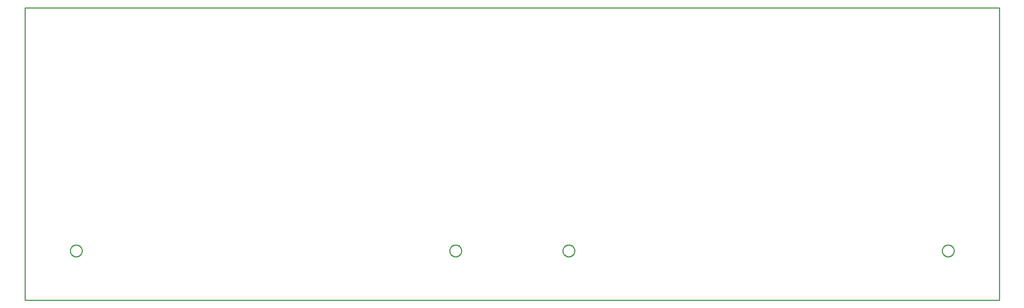
<source format=gbr>
G04 EAGLE Gerber RS-274X export*
G75*
%MOMM*%
%FSLAX34Y34*%
%LPD*%
%IN*%
%IPPOS*%
%AMOC8*
5,1,8,0,0,1.08239X$1,22.5*%
G01*
%ADD10C,0.254000*%


D10*
X0Y0D02*
X2311200Y0D01*
X2311200Y695200D01*
X0Y695200D01*
X0Y0D01*
X1021000Y103378D02*
X1020005Y103449D01*
X1019017Y103591D01*
X1018042Y103803D01*
X1017084Y104084D01*
X1016150Y104433D01*
X1015242Y104848D01*
X1014366Y105326D01*
X1013527Y105865D01*
X1012728Y106463D01*
X1011974Y107117D01*
X1011268Y107823D01*
X1010614Y108577D01*
X1010016Y109376D01*
X1009477Y110215D01*
X1008999Y111091D01*
X1008584Y111999D01*
X1008235Y112933D01*
X1007954Y113891D01*
X1007742Y114866D01*
X1007600Y115854D01*
X1007529Y116849D01*
X1007529Y117847D01*
X1007600Y118842D01*
X1007742Y119830D01*
X1007954Y120805D01*
X1008235Y121763D01*
X1008584Y122698D01*
X1008999Y123605D01*
X1009477Y124481D01*
X1010016Y125321D01*
X1010614Y126119D01*
X1011268Y126873D01*
X1011974Y127579D01*
X1012728Y128233D01*
X1013527Y128831D01*
X1014366Y129370D01*
X1015242Y129848D01*
X1016150Y130263D01*
X1017084Y130612D01*
X1018042Y130893D01*
X1019017Y131105D01*
X1020005Y131247D01*
X1021000Y131318D01*
X1021998Y131318D01*
X1022993Y131247D01*
X1023981Y131105D01*
X1024956Y130893D01*
X1025914Y130612D01*
X1026849Y130263D01*
X1027756Y129848D01*
X1028632Y129370D01*
X1029472Y128831D01*
X1030270Y128233D01*
X1031024Y127579D01*
X1031730Y126873D01*
X1032384Y126119D01*
X1032982Y125321D01*
X1033521Y124481D01*
X1033999Y123605D01*
X1034414Y122698D01*
X1034763Y121763D01*
X1035044Y120805D01*
X1035256Y119830D01*
X1035398Y118842D01*
X1035469Y117847D01*
X1035469Y116849D01*
X1035398Y115854D01*
X1035256Y114866D01*
X1035044Y113891D01*
X1034763Y112933D01*
X1034414Y111999D01*
X1033999Y111091D01*
X1033521Y110215D01*
X1032982Y109376D01*
X1032384Y108577D01*
X1031730Y107823D01*
X1031024Y107117D01*
X1030270Y106463D01*
X1029472Y105865D01*
X1028632Y105326D01*
X1027756Y104848D01*
X1026849Y104433D01*
X1025914Y104084D01*
X1024956Y103803D01*
X1023981Y103591D01*
X1022993Y103449D01*
X1021998Y103378D01*
X1021000Y103378D01*
X121002Y103378D02*
X120007Y103449D01*
X119019Y103591D01*
X118044Y103803D01*
X117086Y104084D01*
X116152Y104433D01*
X115244Y104848D01*
X114368Y105326D01*
X113529Y105865D01*
X112730Y106463D01*
X111976Y107117D01*
X111270Y107823D01*
X110616Y108577D01*
X110018Y109376D01*
X109479Y110215D01*
X109001Y111091D01*
X108586Y111999D01*
X108237Y112933D01*
X107956Y113891D01*
X107744Y114866D01*
X107602Y115854D01*
X107531Y116849D01*
X107531Y117847D01*
X107602Y118842D01*
X107744Y119830D01*
X107956Y120805D01*
X108237Y121763D01*
X108586Y122698D01*
X109001Y123605D01*
X109479Y124481D01*
X110018Y125321D01*
X110616Y126119D01*
X111270Y126873D01*
X111976Y127579D01*
X112730Y128233D01*
X113529Y128831D01*
X114368Y129370D01*
X115244Y129848D01*
X116152Y130263D01*
X117086Y130612D01*
X118044Y130893D01*
X119019Y131105D01*
X120007Y131247D01*
X121002Y131318D01*
X122000Y131318D01*
X122995Y131247D01*
X123983Y131105D01*
X124958Y130893D01*
X125916Y130612D01*
X126851Y130263D01*
X127758Y129848D01*
X128634Y129370D01*
X129474Y128831D01*
X130272Y128233D01*
X131026Y127579D01*
X131732Y126873D01*
X132386Y126119D01*
X132984Y125321D01*
X133523Y124481D01*
X134001Y123605D01*
X134416Y122698D01*
X134765Y121763D01*
X135046Y120805D01*
X135258Y119830D01*
X135400Y118842D01*
X135471Y117847D01*
X135471Y116849D01*
X135400Y115854D01*
X135258Y114866D01*
X135046Y113891D01*
X134765Y112933D01*
X134416Y111999D01*
X134001Y111091D01*
X133523Y110215D01*
X132984Y109376D01*
X132386Y108577D01*
X131732Y107823D01*
X131026Y107117D01*
X130272Y106463D01*
X129474Y105865D01*
X128634Y105326D01*
X127758Y104848D01*
X126851Y104433D01*
X125916Y104084D01*
X124958Y103803D01*
X123983Y103591D01*
X122995Y103449D01*
X122000Y103378D01*
X121002Y103378D01*
X2189400Y103378D02*
X2188405Y103449D01*
X2187417Y103591D01*
X2186442Y103803D01*
X2185484Y104084D01*
X2184550Y104433D01*
X2183642Y104848D01*
X2182766Y105326D01*
X2181927Y105865D01*
X2181128Y106463D01*
X2180374Y107117D01*
X2179668Y107823D01*
X2179014Y108577D01*
X2178416Y109376D01*
X2177877Y110215D01*
X2177399Y111091D01*
X2176984Y111999D01*
X2176635Y112933D01*
X2176354Y113891D01*
X2176142Y114866D01*
X2176000Y115854D01*
X2175929Y116849D01*
X2175929Y117847D01*
X2176000Y118842D01*
X2176142Y119830D01*
X2176354Y120805D01*
X2176635Y121763D01*
X2176984Y122698D01*
X2177399Y123605D01*
X2177877Y124481D01*
X2178416Y125321D01*
X2179014Y126119D01*
X2179668Y126873D01*
X2180374Y127579D01*
X2181128Y128233D01*
X2181927Y128831D01*
X2182766Y129370D01*
X2183642Y129848D01*
X2184550Y130263D01*
X2185484Y130612D01*
X2186442Y130893D01*
X2187417Y131105D01*
X2188405Y131247D01*
X2189400Y131318D01*
X2190398Y131318D01*
X2191393Y131247D01*
X2192381Y131105D01*
X2193356Y130893D01*
X2194314Y130612D01*
X2195249Y130263D01*
X2196156Y129848D01*
X2197032Y129370D01*
X2197872Y128831D01*
X2198670Y128233D01*
X2199424Y127579D01*
X2200130Y126873D01*
X2200784Y126119D01*
X2201382Y125321D01*
X2201921Y124481D01*
X2202399Y123605D01*
X2202814Y122698D01*
X2203163Y121763D01*
X2203444Y120805D01*
X2203656Y119830D01*
X2203798Y118842D01*
X2203869Y117847D01*
X2203869Y116849D01*
X2203798Y115854D01*
X2203656Y114866D01*
X2203444Y113891D01*
X2203163Y112933D01*
X2202814Y111999D01*
X2202399Y111091D01*
X2201921Y110215D01*
X2201382Y109376D01*
X2200784Y108577D01*
X2200130Y107823D01*
X2199424Y107117D01*
X2198670Y106463D01*
X2197872Y105865D01*
X2197032Y105326D01*
X2196156Y104848D01*
X2195249Y104433D01*
X2194314Y104084D01*
X2193356Y103803D01*
X2192381Y103591D01*
X2191393Y103449D01*
X2190398Y103378D01*
X2189400Y103378D01*
X1289402Y103378D02*
X1288407Y103449D01*
X1287419Y103591D01*
X1286444Y103803D01*
X1285486Y104084D01*
X1284552Y104433D01*
X1283644Y104848D01*
X1282768Y105326D01*
X1281929Y105865D01*
X1281130Y106463D01*
X1280376Y107117D01*
X1279670Y107823D01*
X1279016Y108577D01*
X1278418Y109376D01*
X1277879Y110215D01*
X1277401Y111091D01*
X1276986Y111999D01*
X1276637Y112933D01*
X1276356Y113891D01*
X1276144Y114866D01*
X1276002Y115854D01*
X1275931Y116849D01*
X1275931Y117847D01*
X1276002Y118842D01*
X1276144Y119830D01*
X1276356Y120805D01*
X1276637Y121763D01*
X1276986Y122698D01*
X1277401Y123605D01*
X1277879Y124481D01*
X1278418Y125321D01*
X1279016Y126119D01*
X1279670Y126873D01*
X1280376Y127579D01*
X1281130Y128233D01*
X1281929Y128831D01*
X1282768Y129370D01*
X1283644Y129848D01*
X1284552Y130263D01*
X1285486Y130612D01*
X1286444Y130893D01*
X1287419Y131105D01*
X1288407Y131247D01*
X1289402Y131318D01*
X1290400Y131318D01*
X1291395Y131247D01*
X1292383Y131105D01*
X1293358Y130893D01*
X1294316Y130612D01*
X1295251Y130263D01*
X1296158Y129848D01*
X1297034Y129370D01*
X1297874Y128831D01*
X1298672Y128233D01*
X1299426Y127579D01*
X1300132Y126873D01*
X1300786Y126119D01*
X1301384Y125321D01*
X1301923Y124481D01*
X1302401Y123605D01*
X1302816Y122698D01*
X1303165Y121763D01*
X1303446Y120805D01*
X1303658Y119830D01*
X1303800Y118842D01*
X1303871Y117847D01*
X1303871Y116849D01*
X1303800Y115854D01*
X1303658Y114866D01*
X1303446Y113891D01*
X1303165Y112933D01*
X1302816Y111999D01*
X1302401Y111091D01*
X1301923Y110215D01*
X1301384Y109376D01*
X1300786Y108577D01*
X1300132Y107823D01*
X1299426Y107117D01*
X1298672Y106463D01*
X1297874Y105865D01*
X1297034Y105326D01*
X1296158Y104848D01*
X1295251Y104433D01*
X1294316Y104084D01*
X1293358Y103803D01*
X1292383Y103591D01*
X1291395Y103449D01*
X1290400Y103378D01*
X1289402Y103378D01*
M02*

</source>
